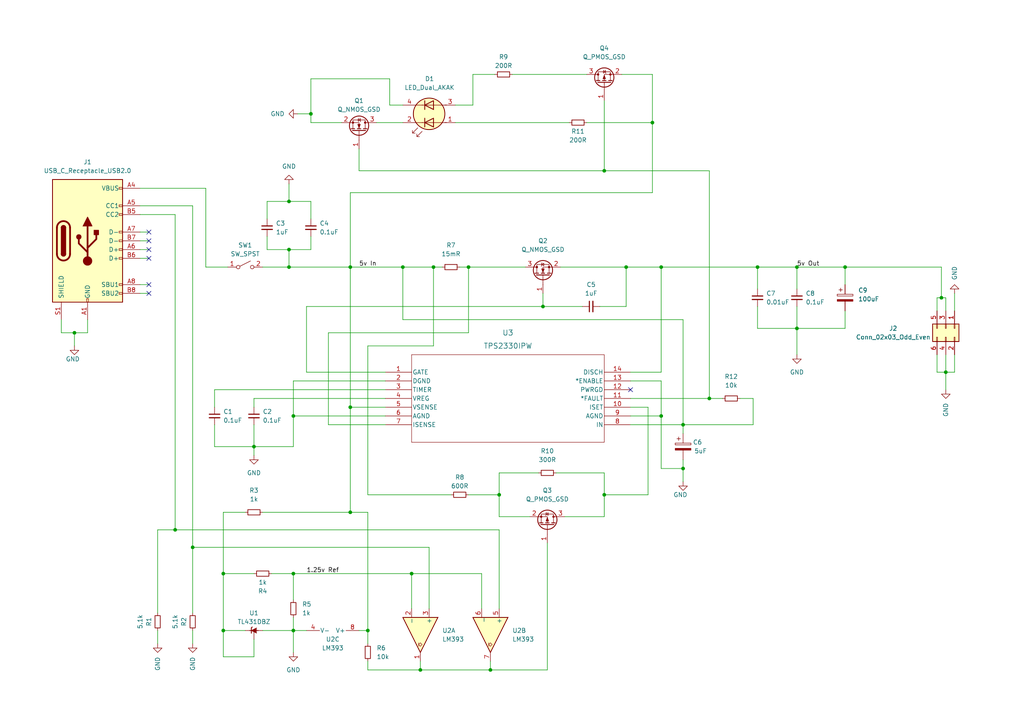
<source format=kicad_sch>
(kicad_sch (version 20211123) (generator eeschema)
  (paper "A4")
  (lib_symbols
    (symbol "Comparator:LM393" (pin_names (offset 0.127))
      (property "Reference" "U" (at 3.81 3.81 0))
      (property "Value" "LM393" (at 6.35 -3.81 0))
      (symbol "LM393_1_1"
        (polyline (pts (xy -5.08 5.08) (xy 5.08 0) (xy -5.08 -5.08) (xy -5.08 5.08)) (stroke (width 0.254)) (fill (type background)))
        (polyline (pts (xy 3.302 -0.508) (xy 2.794 -0.508) (xy 3.302 0) (xy 2.794 0.508) (xy 2.286 0) (xy 2.794 -0.508) (xy 2.286 -0.508)) (stroke (width 0.127)))
        (pin open_collector line (at 7.62 0 180) (length 2.54) (name "~") (number "1"))
        (pin input line (at -7.62 -2.54 0) (length 2.54) (name "-") (number "2"))
        (pin input line (at -7.62 2.54 0) (length 2.54) (name "+") (number "3"))
      )
      (symbol "LM393_2_1"
        (polyline (pts (xy -5.08 5.08) (xy 5.08 0) (xy -5.08 -5.08) (xy -5.08 5.08)) (stroke (width 0.254)) (fill (type background)))
        (polyline (pts (xy 3.302 -0.508) (xy 2.794 -0.508) (xy 3.302 0) (xy 2.794 0.508) (xy 2.286 0) (xy 2.794 -0.508) (xy 2.286 -0.508)) (stroke (width 0.127)))
        (pin input line (at -7.62 2.54 0) (length 2.54) (name "+") (number "5"))
        (pin input line (at -7.62 -2.54 0) (length 2.54) (name "_") (number "6"))
        (pin open_collector line (at 7.62 0 180) (length 2.54) (name "~") (number "7"))
      )
      (symbol "LM393_3_1"
        (pin power_in line (at -2.54 -7.62 90) (length 3.81) (name "V-") (number "4"))
        (pin power_in line (at -2.54 7.62 270) (length 3.81) (name "V+") (number "8"))
      )
    )
    (symbol "Connector:USB_C_Receptacle_USB2.0" (pin_names (offset 1.016))
      (property "Reference" "J" (at -10.16 19.05 0))
      (property "Value" "USB_C_Receptacle_USB2.0" (at 19.05 19.05 0))
      (symbol "USB_C_Receptacle_USB2.0_0_0"
        (rectangle (start -0.254 -17.78) (end 0.254 -16.764))
        (rectangle (start 10.16 -14.986) (end 9.144 -15.494))
        (rectangle (start 10.16 -12.446) (end 9.144 -12.954))
        (rectangle (start 10.16 -4.826) (end 9.144 -5.334))
        (rectangle (start 10.16 -2.286) (end 9.144 -2.794))
        (rectangle (start 10.16 0.254) (end 9.144 -0.254))
        (rectangle (start 10.16 2.794) (end 9.144 2.286))
        (rectangle (start 10.16 7.874) (end 9.144 7.366))
        (rectangle (start 10.16 10.414) (end 9.144 9.906))
        (rectangle (start 10.16 15.494) (end 9.144 14.986))
      )
      (symbol "USB_C_Receptacle_USB2.0_0_1"
        (rectangle (start -10.16 17.78) (end 10.16 -17.78) (stroke (width 0.254)) (fill (type background)))
        (arc (start -8.89 -3.81) (mid -6.985 -5.715) (end -5.08 -3.81) (stroke (width 0.508)))
        (arc (start -7.62 -3.81) (mid -6.985 -4.445) (end -6.35 -3.81) (stroke (width 0.254)))
        (arc (start -7.62 -3.81) (mid -6.985 -4.445) (end -6.35 -3.81) (stroke (width 0.254)) (fill (type outline)))
        (rectangle (start -7.62 -3.81) (end -6.35 3.81) (stroke (width 0.254)) (fill (type outline)))
        (arc (start -6.35 3.81) (mid -6.985 4.445) (end -7.62 3.81) (stroke (width 0.254)))
        (arc (start -6.35 3.81) (mid -6.985 4.445) (end -7.62 3.81) (stroke (width 0.254)) (fill (type outline)))
        (arc (start -5.08 3.81) (mid -6.985 5.715) (end -8.89 3.81) (stroke (width 0.508)))
        (circle (center -2.54 1.143) (radius 0.635) (stroke (width 0.254)) (fill (type outline)))
        (circle (center 0 -5.842) (radius 1.27) (fill (type outline)))
        (polyline (pts (xy -8.89 -3.81) (xy -8.89 3.81)) (stroke (width 0.508)))
        (polyline (pts (xy -5.08 3.81) (xy -5.08 -3.81)) (stroke (width 0.508)))
        (polyline (pts (xy 0 -5.842) (xy 0 4.318)) (stroke (width 0.508)))
        (polyline (pts (xy 0 -3.302) (xy -2.54 -0.762) (xy -2.54 0.508)) (stroke (width 0.508)))
        (polyline (pts (xy 0 -2.032) (xy 2.54 0.508) (xy 2.54 1.778)) (stroke (width 0.508)))
        (polyline (pts (xy -1.27 4.318) (xy 0 6.858) (xy 1.27 4.318) (xy -1.27 4.318)) (stroke (width 0.254)) (fill (type outline)))
        (rectangle (start 1.905 1.778) (end 3.175 3.048) (stroke (width 0.254)) (fill (type outline)))
      )
      (symbol "USB_C_Receptacle_USB2.0_1_1"
        (pin passive line (at 0 -22.86 90) (length 5.08) (name "GND") (number "A1"))
        (pin passive line (at 0 -22.86 90) (length 5.08) hide (name "GND") (number "A12"))
        (pin passive line (at 15.24 15.24 180) (length 5.08) (name "VBUS") (number "A4"))
        (pin bidirectional line (at 15.24 10.16 180) (length 5.08) (name "CC1") (number "A5"))
        (pin bidirectional line (at 15.24 -2.54 180) (length 5.08) (name "D+") (number "A6"))
        (pin bidirectional line (at 15.24 2.54 180) (length 5.08) (name "D-") (number "A7"))
        (pin bidirectional line (at 15.24 -12.7 180) (length 5.08) (name "SBU1") (number "A8"))
        (pin passive line (at 15.24 15.24 180) (length 5.08) hide (name "VBUS") (number "A9"))
        (pin passive line (at 0 -22.86 90) (length 5.08) hide (name "GND") (number "B1"))
        (pin passive line (at 0 -22.86 90) (length 5.08) hide (name "GND") (number "B12"))
        (pin passive line (at 15.24 15.24 180) (length 5.08) hide (name "VBUS") (number "B4"))
        (pin bidirectional line (at 15.24 7.62 180) (length 5.08) (name "CC2") (number "B5"))
        (pin bidirectional line (at 15.24 -5.08 180) (length 5.08) (name "D+") (number "B6"))
        (pin bidirectional line (at 15.24 0 180) (length 5.08) (name "D-") (number "B7"))
        (pin bidirectional line (at 15.24 -15.24 180) (length 5.08) (name "SBU2") (number "B8"))
        (pin passive line (at 15.24 15.24 180) (length 5.08) hide (name "VBUS") (number "B9"))
        (pin passive line (at -7.62 -22.86 90) (length 5.08) (name "SHIELD") (number "S1"))
      )
    )
    (symbol "Connector_Generic:Conn_02x03_Odd_Even" (pin_names (offset 1.016) hide)
      (property "Reference" "J" (at 1.27 5.08 0))
      (property "Value" "Conn_02x03_Odd_Even" (at 1.27 -5.08 0))
      (symbol "Conn_02x03_Odd_Even_1_1"
        (rectangle (start -1.27 -2.413) (end 0 -2.667) (stroke (width 0.1524)))
        (rectangle (start -1.27 0.127) (end 0 -0.127) (stroke (width 0.1524)))
        (rectangle (start -1.27 2.667) (end 0 2.413) (stroke (width 0.1524)))
        (rectangle (start -1.27 3.81) (end 3.81 -3.81) (stroke (width 0.254)) (fill (type background)))
        (rectangle (start 3.81 -2.413) (end 2.54 -2.667) (stroke (width 0.1524)))
        (rectangle (start 3.81 0.127) (end 2.54 -0.127) (stroke (width 0.1524)))
        (rectangle (start 3.81 2.667) (end 2.54 2.413) (stroke (width 0.1524)))
        (pin passive line (at -5.08 2.54 0) (length 3.81) (name "Pin_1") (number "1"))
        (pin passive line (at 7.62 2.54 180) (length 3.81) (name "Pin_2") (number "2"))
        (pin passive line (at -5.08 0 0) (length 3.81) (name "Pin_3") (number "3"))
        (pin passive line (at 7.62 0 180) (length 3.81) (name "Pin_4") (number "4"))
        (pin passive line (at -5.08 -2.54 0) (length 3.81) (name "Pin_5") (number "5"))
        (pin passive line (at 7.62 -2.54 180) (length 3.81) (name "Pin_6") (number "6"))
      )
    )
    (symbol "Device:C_Polarized" (pin_numbers hide) (pin_names (offset 0.254))
      (property "Reference" "C" (at 0.635 2.54 0))
      (property "Value" "C_Polarized" (at 0.635 -2.54 0))
      (symbol "C_Polarized_0_1"
        (rectangle (start -2.286 0.508) (end 2.286 1.016))
        (polyline (pts (xy -1.778 2.286) (xy -0.762 2.286)))
        (polyline (pts (xy -1.27 2.794) (xy -1.27 1.778)))
        (rectangle (start 2.286 -0.508) (end -2.286 -1.016) (fill (type outline)))
      )
      (symbol "C_Polarized_1_1"
        (pin passive line (at 0 3.81 270) (length 2.794) (name "~") (number "1"))
        (pin passive line (at 0 -3.81 90) (length 2.794) (name "~") (number "2"))
      )
    )
    (symbol "Device:C_Small" (pin_numbers hide) (pin_names (offset 0.254) hide)
      (property "Reference" "C" (at 0.254 1.778 0))
      (property "Value" "C_Small" (at 0.254 -2.032 0))
      (symbol "C_Small_0_1"
        (polyline (pts (xy -1.524 -0.508) (xy 1.524 -0.508)) (stroke (width 0.3302)))
        (polyline (pts (xy -1.524 0.508) (xy 1.524 0.508)) (stroke (width 0.3048)))
      )
      (symbol "C_Small_1_1"
        (pin passive line (at 0 2.54 270) (length 2.032) (name "~") (number "1"))
        (pin passive line (at 0 -2.54 90) (length 2.032) (name "~") (number "2"))
      )
    )
    (symbol "Device:LED_Dual_AKAK" (pin_names (offset 0) hide)
      (property "Reference" "D" (at 0 5.715 0))
      (property "Value" "LED_Dual_AKAK" (at 0 -6.35 0))
      (symbol "LED_Dual_AKAK_0_1"
        (polyline (pts (xy -5.08 -2.54) (xy 2.032 -2.54)))
        (polyline (pts (xy -5.08 2.54) (xy 2.032 2.54)))
        (polyline (pts (xy 1.27 -1.27) (xy 1.27 -3.81)) (stroke (width 0.254)))
        (polyline (pts (xy 1.27 3.81) (xy 1.27 1.27)) (stroke (width 0.254)))
        (polyline (pts (xy 3.81 -2.54) (xy 1.905 -2.54)))
        (polyline (pts (xy 3.81 2.54) (xy 1.905 2.54)))
        (polyline (pts (xy -1.27 -1.27) (xy -1.27 -3.81) (xy 1.27 -2.54) (xy -1.27 -1.27)) (stroke (width 0.254)))
        (polyline (pts (xy -1.27 3.81) (xy -1.27 1.27) (xy 1.27 2.54) (xy -1.27 3.81)) (stroke (width 0.254)))
        (polyline (pts (xy 2.032 5.08) (xy 3.556 6.604) (xy 2.794 6.604) (xy 3.556 6.604) (xy 3.556 5.842)))
        (polyline (pts (xy 3.302 4.064) (xy 4.826 5.588) (xy 4.064 5.588) (xy 4.826 5.588) (xy 4.826 4.826)))
        (circle (center 0 0) (radius 4.572) (stroke (width 0.254)) (fill (type background)))
      )
      (symbol "LED_Dual_AKAK_1_1"
        (pin input line (at -7.62 2.54 0) (length 3.048) (name "A1") (number "1"))
        (pin input line (at 7.62 2.54 180) (length 3.81) (name "K1") (number "2"))
        (pin input line (at -7.62 -2.54 0) (length 3.048) (name "A2") (number "3"))
        (pin input line (at 7.62 -2.54 180) (length 3.81) (name "K2") (number "4"))
      )
    )
    (symbol "Device:Q_NMOS_GSD" (pin_names (offset 0) hide)
      (property "Reference" "Q" (at 5.08 1.27 0))
      (property "Value" "Q_NMOS_GSD" (at 5.08 -1.27 0))
      (symbol "Q_NMOS_GSD_0_1"
        (polyline (pts (xy 0.254 0) (xy -2.54 0)))
        (polyline (pts (xy 0.254 1.905) (xy 0.254 -1.905)) (stroke (width 0.254)))
        (polyline (pts (xy 0.762 -1.27) (xy 0.762 -2.286)) (stroke (width 0.254)))
        (polyline (pts (xy 0.762 0.508) (xy 0.762 -0.508)) (stroke (width 0.254)))
        (polyline (pts (xy 0.762 2.286) (xy 0.762 1.27)) (stroke (width 0.254)))
        (polyline (pts (xy 2.54 2.54) (xy 2.54 1.778)))
        (polyline (pts (xy 2.54 -2.54) (xy 2.54 0) (xy 0.762 0)))
        (polyline (pts (xy 0.762 -1.778) (xy 3.302 -1.778) (xy 3.302 1.778) (xy 0.762 1.778)))
        (polyline (pts (xy 1.016 0) (xy 2.032 0.381) (xy 2.032 -0.381) (xy 1.016 0)) (fill (type outline)))
        (polyline (pts (xy 2.794 0.508) (xy 2.921 0.381) (xy 3.683 0.381) (xy 3.81 0.254)))
        (polyline (pts (xy 3.302 0.381) (xy 2.921 -0.254) (xy 3.683 -0.254) (xy 3.302 0.381)))
        (circle (center 1.651 0) (radius 2.794) (stroke (width 0.254)))
        (circle (center 2.54 -1.778) (radius 0.254) (fill (type outline)))
        (circle (center 2.54 1.778) (radius 0.254) (fill (type outline)))
      )
      (symbol "Q_NMOS_GSD_1_1"
        (pin input line (at -5.08 0 0) (length 2.54) (name "G") (number "1"))
        (pin passive line (at 2.54 -5.08 90) (length 2.54) (name "S") (number "2"))
        (pin passive line (at 2.54 5.08 270) (length 2.54) (name "D") (number "3"))
      )
    )
    (symbol "Device:Q_PMOS_GSD" (pin_names (offset 0) hide)
      (property "Reference" "Q" (at 5.08 1.27 0))
      (property "Value" "Q_PMOS_GSD" (at 5.08 -1.27 0))
      (symbol "Q_PMOS_GSD_0_1"
        (polyline (pts (xy 0.254 0) (xy -2.54 0)))
        (polyline (pts (xy 0.254 1.905) (xy 0.254 -1.905)) (stroke (width 0.254)))
        (polyline (pts (xy 0.762 -1.27) (xy 0.762 -2.286)) (stroke (width 0.254)))
        (polyline (pts (xy 0.762 0.508) (xy 0.762 -0.508)) (stroke (width 0.254)))
        (polyline (pts (xy 0.762 2.286) (xy 0.762 1.27)) (stroke (width 0.254)))
        (polyline (pts (xy 2.54 2.54) (xy 2.54 1.778)))
        (polyline (pts (xy 2.54 -2.54) (xy 2.54 0) (xy 0.762 0)))
        (polyline (pts (xy 0.762 1.778) (xy 3.302 1.778) (xy 3.302 -1.778) (xy 0.762 -1.778)))
        (polyline (pts (xy 2.286 0) (xy 1.27 0.381) (xy 1.27 -0.381) (xy 2.286 0)) (fill (type outline)))
        (polyline (pts (xy 2.794 -0.508) (xy 2.921 -0.381) (xy 3.683 -0.381) (xy 3.81 -0.254)))
        (polyline (pts (xy 3.302 -0.381) (xy 2.921 0.254) (xy 3.683 0.254) (xy 3.302 -0.381)))
        (circle (center 1.651 0) (radius 2.794) (stroke (width 0.254)))
        (circle (center 2.54 -1.778) (radius 0.254) (fill (type outline)))
        (circle (center 2.54 1.778) (radius 0.254) (fill (type outline)))
      )
      (symbol "Q_PMOS_GSD_1_1"
        (pin input line (at -5.08 0 0) (length 2.54) (name "G") (number "1"))
        (pin passive line (at 2.54 -5.08 90) (length 2.54) (name "S") (number "2"))
        (pin passive line (at 2.54 5.08 270) (length 2.54) (name "D") (number "3"))
      )
    )
    (symbol "Device:R_Small" (pin_numbers hide) (pin_names (offset 0.254) hide)
      (property "Reference" "R" (at 0.762 0.508 0))
      (property "Value" "R_Small" (at 0.762 -1.016 0))
      (symbol "R_Small_0_1"
        (rectangle (start -0.762 1.778) (end 0.762 -1.778) (stroke (width 0.2032)))
      )
      (symbol "R_Small_1_1"
        (pin passive line (at 0 2.54 270) (length 0.762) (name "~") (number "1"))
        (pin passive line (at 0 -2.54 90) (length 0.762) (name "~") (number "2"))
      )
    )
    (symbol "Reference_Voltage:TL431DBZ" (pin_numbers hide) (pin_names hide)
      (property "Reference" "U" (at -2.54 2.54 0))
      (property "Value" "TL431DBZ" (at 0 -2.54 0))
      (symbol "TL431DBZ_0_1"
        (polyline (pts (xy -1.27 0) (xy 0 0) (xy 1.27 0)))
        (polyline (pts (xy -0.762 0.762) (xy 0.762 0) (xy -0.762 -0.762)) (fill (type outline)))
        (polyline (pts (xy 0.508 -1.016) (xy 0.762 -0.762) (xy 0.762 0.762) (xy 0.762 0.762)) (stroke (width 0.254)))
      )
      (symbol "TL431DBZ_1_1"
        (pin passive line (at 2.54 0 180) (length 2.54) (name "K") (number "1"))
        (pin passive line (at 0 2.54 270) (length 2.54) (name "REF") (number "2"))
        (pin passive line (at -2.54 0 0) (length 2.54) (name "A") (number "3"))
      )
    )
    (symbol "Switch:SW_SPST" (pin_names (offset 0) hide)
      (property "Reference" "SW" (at 0 3.175 0))
      (property "Value" "SW_SPST" (at 0 -2.54 0))
      (symbol "SW_SPST_0_0"
        (circle (center -2.032 0) (radius 0.508))
        (polyline (pts (xy -1.524 0.254) (xy 1.524 1.778)))
        (circle (center 2.032 0) (radius 0.508))
      )
      (symbol "SW_SPST_1_1"
        (pin passive line (at -5.08 0 0) (length 2.54) (name "A") (number "1"))
        (pin passive line (at 5.08 0 180) (length 2.54) (name "B") (number "2"))
      )
    )
    (symbol "TPS2330:TPS2330IPW" (pin_names (offset 0.254))
      (property "Reference" "U" (at 35.56 10.16 0))
      (property "Value" "TPS2330IPW" (at 35.56 7.62 0))
      (symbol "TPS2330IPW_0_1"
        (polyline (pts (xy 7.62 -20.32) (xy 63.5 -20.32)) (stroke (width 0.127)))
        (polyline (pts (xy 7.62 5.08) (xy 7.62 -20.32)) (stroke (width 0.127)))
        (polyline (pts (xy 63.5 -20.32) (xy 63.5 5.08)) (stroke (width 0.127)))
        (polyline (pts (xy 63.5 5.08) (xy 7.62 5.08)) (stroke (width 0.127)))
        (pin output line (at 0 0 0) (length 7.62) (name "GATE") (number "1"))
        (pin input line (at 71.12 -10.16 180) (length 7.62) (name "ISET") (number "10"))
        (pin output line (at 71.12 -7.62 180) (length 7.62) (name "*FAULT") (number "11"))
        (pin output line (at 71.12 -5.08 180) (length 7.62) (name "PWRGD") (number "12"))
        (pin input line (at 71.12 -2.54 180) (length 7.62) (name "*ENABLE") (number "13"))
        (pin output line (at 71.12 0 180) (length 7.62) (name "DISCH") (number "14"))
        (pin input line (at 0 -2.54 0) (length 7.62) (name "DGND") (number "2"))
        (pin output line (at 0 -5.08 0) (length 7.62) (name "TIMER") (number "3"))
        (pin output line (at 0 -7.62 0) (length 7.62) (name "VREG") (number "4"))
        (pin output line (at 0 -10.16 0) (length 7.62) (name "VSENSE") (number "5"))
        (pin input line (at 0 -12.7 0) (length 7.62) (name "AGND") (number "6"))
        (pin input line (at 0 -15.24 0) (length 7.62) (name "ISENSE") (number "7"))
        (pin input line (at 71.12 -15.24 180) (length 7.62) (name "IN") (number "8"))
        (pin input line (at 71.12 -12.7 180) (length 7.62) (name "AGND") (number "9"))
      )
    )
    (symbol "power:GND" (power) (pin_names (offset 0))
      (property "Value" "GND" (at 0 -3.81 0))
      (symbol "GND_0_1"
        (polyline (pts (xy 0 0) (xy 0 -1.27) (xy 1.27 -1.27) (xy 0 -2.54) (xy -1.27 -1.27) (xy 0 -1.27)))
      )
      (symbol "GND_1_1"
        (pin power_in line (at 0 0 270) (length 0) hide (name "GND") (number "1"))
      )
    )
  )
  (junction (at 198.12 123.19))
  (junction (at 142.24 194.31))
  (junction (at 106.68 182.88))
  (junction (at 198.12 135.89))
  (junction (at 274.32 107.95))
  (junction (at 231.14 77.47))
  (junction (at 83.82 77.47))
  (junction (at 231.14 95.25))
  (junction (at 85.09 120.65))
  (junction (at 64.77 166.37))
  (junction (at 191.77 120.65))
  (junction (at 21.59 96.52))
  (junction (at 125.73 77.47))
  (junction (at 273.05 86.36))
  (junction (at 157.48 88.9))
  (junction (at 144.78 143.51))
  (junction (at 55.88 158.75))
  (junction (at 101.6 148.59))
  (junction (at 50.8 153.67))
  (junction (at 119.38 166.37))
  (junction (at 245.11 77.47))
  (junction (at 175.26 49.53))
  (junction (at 101.6 118.11))
  (junction (at 85.09 182.88))
  (junction (at 90.17 33.02))
  (junction (at 181.61 77.47))
  (junction (at 85.09 166.37))
  (junction (at 101.6 77.47))
  (junction (at 205.74 115.57))
  (junction (at 175.26 143.51))
  (junction (at 83.82 58.42))
  (junction (at 64.77 182.88))
  (junction (at 191.77 77.47))
  (junction (at 116.84 77.47))
  (junction (at 121.92 194.31))
  (junction (at 219.71 77.47))
  (junction (at 189.23 35.56))
  (junction (at 135.89 77.47))
  (junction (at 83.82 72.39))
  (junction (at 73.66 129.54))
  (no_connect (at 182.88 113.03))
  (no_connect (at 43.18 69.85))
  (no_connect (at 43.18 72.39))
  (no_connect (at 43.18 67.31))
  (no_connect (at 43.18 82.55))
  (no_connect (at 43.18 85.09))
  (no_connect (at 43.18 74.93))
  (wire (pts (xy 85.09 182.88) (xy 88.9 182.88)))
  (wire (pts (xy 276.86 102.87) (xy 276.86 107.95)))
  (wire (pts (xy 40.64 54.61) (xy 59.69 54.61)))
  (wire (pts (xy 161.29 137.16) (xy 175.26 137.16)))
  (wire (pts (xy 85.09 179.07) (xy 85.09 182.88)))
  (wire (pts (xy 191.77 135.89) (xy 198.12 135.89)))
  (wire (pts (xy 85.09 110.49) (xy 85.09 120.65)))
  (wire (pts (xy 77.47 72.39) (xy 83.82 72.39)))
  (wire (pts (xy 181.61 77.47) (xy 191.77 77.47)))
  (wire (pts (xy 271.78 90.17) (xy 271.78 86.36)))
  (wire (pts (xy 274.32 90.17) (xy 274.32 86.36)))
  (wire (pts (xy 231.14 77.47) (xy 245.11 77.47)))
  (wire (pts (xy 133.35 77.47) (xy 135.89 77.47)))
  (wire (pts (xy 182.88 120.65) (xy 191.77 120.65)))
  (wire (pts (xy 106.68 194.31) (xy 121.92 194.31)))
  (wire (pts (xy 156.21 137.16) (xy 144.78 137.16)))
  (wire (pts (xy 125.73 77.47) (xy 125.73 100.33)))
  (wire (pts (xy 116.84 77.47) (xy 125.73 77.47)))
  (wire (pts (xy 198.12 133.35) (xy 198.12 135.89)))
  (wire (pts (xy 106.68 182.88) (xy 106.68 186.69)))
  (wire (pts (xy 273.05 86.36) (xy 271.78 86.36)))
  (wire (pts (xy 111.76 110.49) (xy 85.09 110.49)))
  (wire (pts (xy 245.11 82.55) (xy 245.11 77.47)))
  (wire (pts (xy 76.2 77.47) (xy 83.82 77.47)))
  (wire (pts (xy 77.47 72.39) (xy 77.47 68.58)))
  (wire (pts (xy 119.38 166.37) (xy 139.7 166.37)))
  (wire (pts (xy 17.78 96.52) (xy 21.59 96.52)))
  (wire (pts (xy 43.18 82.55) (xy 40.64 82.55)))
  (wire (pts (xy 64.77 166.37) (xy 64.77 182.88)))
  (wire (pts (xy 50.8 62.23) (xy 40.64 62.23)))
  (wire (pts (xy 83.82 53.34) (xy 83.82 58.42)))
  (wire (pts (xy 162.56 77.47) (xy 181.61 77.47)))
  (wire (pts (xy 148.59 21.59) (xy 170.18 21.59)))
  (wire (pts (xy 191.77 107.95) (xy 191.77 77.47)))
  (wire (pts (xy 158.75 157.48) (xy 158.75 194.31)))
  (wire (pts (xy 135.89 143.51) (xy 144.78 143.51)))
  (wire (pts (xy 55.88 59.69) (xy 55.88 158.75)))
  (wire (pts (xy 59.69 54.61) (xy 59.69 77.47)))
  (wire (pts (xy 101.6 118.11) (xy 101.6 77.47)))
  (wire (pts (xy 90.17 22.86) (xy 90.17 33.02)))
  (wire (pts (xy 121.92 194.31) (xy 142.24 194.31)))
  (wire (pts (xy 101.6 148.59) (xy 106.68 148.59)))
  (wire (pts (xy 95.25 123.19) (xy 95.25 96.52)))
  (wire (pts (xy 245.11 95.25) (xy 231.14 95.25)))
  (wire (pts (xy 175.26 149.86) (xy 163.83 149.86)))
  (wire (pts (xy 175.26 29.21) (xy 175.26 49.53)))
  (wire (pts (xy 85.09 120.65) (xy 111.76 120.65)))
  (wire (pts (xy 90.17 33.02) (xy 86.36 33.02)))
  (wire (pts (xy 182.88 123.19) (xy 198.12 123.19)))
  (wire (pts (xy 85.09 182.88) (xy 85.09 189.23)))
  (wire (pts (xy 99.06 35.56) (xy 90.17 35.56)))
  (wire (pts (xy 170.18 35.56) (xy 189.23 35.56)))
  (wire (pts (xy 274.32 107.95) (xy 274.32 113.03)))
  (wire (pts (xy 45.72 177.8) (xy 45.72 153.67)))
  (wire (pts (xy 104.14 43.18) (xy 104.14 49.53)))
  (wire (pts (xy 95.25 96.52) (xy 135.89 96.52)))
  (wire (pts (xy 219.71 95.25) (xy 231.14 95.25)))
  (wire (pts (xy 25.4 96.52) (xy 21.59 96.52)))
  (wire (pts (xy 62.23 123.19) (xy 62.23 129.54)))
  (wire (pts (xy 198.12 125.73) (xy 198.12 123.19)))
  (wire (pts (xy 182.88 115.57) (xy 205.74 115.57)))
  (wire (pts (xy 157.48 88.9) (xy 168.91 88.9)))
  (wire (pts (xy 135.89 77.47) (xy 152.4 77.47)))
  (wire (pts (xy 182.88 118.11) (xy 187.96 118.11)))
  (wire (pts (xy 182.88 107.95) (xy 191.77 107.95)))
  (wire (pts (xy 218.44 115.57) (xy 218.44 123.19)))
  (wire (pts (xy 245.11 90.17) (xy 245.11 95.25)))
  (wire (pts (xy 40.64 72.39) (xy 43.18 72.39)))
  (wire (pts (xy 83.82 72.39) (xy 90.17 72.39)))
  (wire (pts (xy 73.66 190.5) (xy 64.77 190.5)))
  (wire (pts (xy 181.61 88.9) (xy 181.61 77.47)))
  (wire (pts (xy 175.26 143.51) (xy 187.96 143.51)))
  (wire (pts (xy 90.17 35.56) (xy 90.17 33.02)))
  (wire (pts (xy 55.88 182.88) (xy 55.88 186.69)))
  (wire (pts (xy 71.12 148.59) (xy 64.77 148.59)))
  (wire (pts (xy 101.6 77.47) (xy 116.84 77.47)))
  (wire (pts (xy 85.09 129.54) (xy 85.09 120.65)))
  (wire (pts (xy 198.12 135.89) (xy 198.12 139.7)))
  (wire (pts (xy 191.77 77.47) (xy 219.71 77.47)))
  (wire (pts (xy 73.66 115.57) (xy 111.76 115.57)))
  (wire (pts (xy 144.78 137.16) (xy 144.78 143.51)))
  (wire (pts (xy 157.48 88.9) (xy 157.48 85.09)))
  (wire (pts (xy 139.7 176.53) (xy 139.7 166.37)))
  (wire (pts (xy 64.77 166.37) (xy 73.66 166.37)))
  (wire (pts (xy 106.68 100.33) (xy 106.68 143.51)))
  (wire (pts (xy 59.69 77.47) (xy 66.04 77.47)))
  (wire (pts (xy 45.72 153.67) (xy 50.8 153.67)))
  (wire (pts (xy 104.14 182.88) (xy 106.68 182.88)))
  (wire (pts (xy 191.77 120.65) (xy 191.77 135.89)))
  (wire (pts (xy 218.44 123.19) (xy 198.12 123.19)))
  (wire (pts (xy 101.6 118.11) (xy 101.6 148.59)))
  (wire (pts (xy 43.18 74.93) (xy 40.64 74.93)))
  (wire (pts (xy 62.23 129.54) (xy 73.66 129.54)))
  (wire (pts (xy 113.03 22.86) (xy 90.17 22.86)))
  (wire (pts (xy 137.16 30.48) (xy 132.08 30.48)))
  (wire (pts (xy 144.78 143.51) (xy 144.78 149.86)))
  (wire (pts (xy 144.78 153.67) (xy 144.78 176.53)))
  (wire (pts (xy 111.76 107.95) (xy 88.9 107.95)))
  (wire (pts (xy 64.77 148.59) (xy 64.77 166.37)))
  (wire (pts (xy 276.86 107.95) (xy 274.32 107.95)))
  (wire (pts (xy 71.12 182.88) (xy 64.77 182.88)))
  (wire (pts (xy 73.66 115.57) (xy 73.66 118.11)))
  (wire (pts (xy 137.16 21.59) (xy 143.51 21.59)))
  (wire (pts (xy 55.88 158.75) (xy 124.46 158.75)))
  (wire (pts (xy 85.09 166.37) (xy 119.38 166.37)))
  (wire (pts (xy 116.84 92.71) (xy 116.84 77.47)))
  (wire (pts (xy 173.99 88.9) (xy 181.61 88.9)))
  (wire (pts (xy 62.23 118.11) (xy 62.23 113.03)))
  (wire (pts (xy 85.09 166.37) (xy 85.09 173.99)))
  (wire (pts (xy 88.9 88.9) (xy 157.48 88.9)))
  (wire (pts (xy 113.03 30.48) (xy 113.03 22.86)))
  (wire (pts (xy 175.26 137.16) (xy 175.26 143.51)))
  (wire (pts (xy 50.8 153.67) (xy 144.78 153.67)))
  (wire (pts (xy 245.11 77.47) (xy 273.05 77.47)))
  (wire (pts (xy 191.77 110.49) (xy 191.77 120.65)))
  (wire (pts (xy 73.66 132.08) (xy 73.66 129.54)))
  (wire (pts (xy 144.78 149.86) (xy 153.67 149.86)))
  (wire (pts (xy 43.18 85.09) (xy 40.64 85.09)))
  (wire (pts (xy 219.71 77.47) (xy 219.71 83.82)))
  (wire (pts (xy 231.14 77.47) (xy 219.71 77.47)))
  (wire (pts (xy 50.8 62.23) (xy 50.8 153.67)))
  (wire (pts (xy 106.68 143.51) (xy 130.81 143.51)))
  (wire (pts (xy 90.17 72.39) (xy 90.17 68.58)))
  (wire (pts (xy 271.78 107.95) (xy 274.32 107.95)))
  (wire (pts (xy 88.9 88.9) (xy 88.9 107.95)))
  (wire (pts (xy 274.32 107.95) (xy 274.32 102.87)))
  (wire (pts (xy 106.68 191.77) (xy 106.68 194.31)))
  (wire (pts (xy 21.59 96.52) (xy 21.59 100.33)))
  (wire (pts (xy 205.74 115.57) (xy 205.74 49.53)))
  (wire (pts (xy 132.08 35.56) (xy 165.1 35.56)))
  (wire (pts (xy 125.73 77.47) (xy 128.27 77.47)))
  (wire (pts (xy 104.14 49.53) (xy 175.26 49.53)))
  (wire (pts (xy 214.63 115.57) (xy 218.44 115.57)))
  (wire (pts (xy 274.32 86.36) (xy 273.05 86.36)))
  (wire (pts (xy 189.23 35.56) (xy 189.23 55.88)))
  (wire (pts (xy 25.4 92.71) (xy 25.4 96.52)))
  (wire (pts (xy 78.74 166.37) (xy 85.09 166.37)))
  (wire (pts (xy 231.14 77.47) (xy 231.14 83.82)))
  (wire (pts (xy 205.74 115.57) (xy 209.55 115.57)))
  (wire (pts (xy 271.78 102.87) (xy 271.78 107.95)))
  (wire (pts (xy 101.6 55.88) (xy 101.6 77.47)))
  (wire (pts (xy 121.92 191.77) (xy 121.92 194.31)))
  (wire (pts (xy 205.74 49.53) (xy 175.26 49.53)))
  (wire (pts (xy 125.73 100.33) (xy 106.68 100.33)))
  (wire (pts (xy 83.82 77.47) (xy 83.82 72.39)))
  (wire (pts (xy 180.34 21.59) (xy 189.23 21.59)))
  (wire (pts (xy 73.66 129.54) (xy 73.66 123.19)))
  (wire (pts (xy 90.17 58.42) (xy 83.82 58.42)))
  (wire (pts (xy 45.72 182.88) (xy 45.72 186.69)))
  (wire (pts (xy 55.88 59.69) (xy 40.64 59.69)))
  (wire (pts (xy 111.76 118.11) (xy 101.6 118.11)))
  (wire (pts (xy 124.46 158.75) (xy 124.46 176.53)))
  (wire (pts (xy 73.66 185.42) (xy 73.66 190.5)))
  (wire (pts (xy 231.14 95.25) (xy 231.14 88.9)))
  (wire (pts (xy 109.22 35.56) (xy 116.84 35.56)))
  (wire (pts (xy 111.76 123.19) (xy 95.25 123.19)))
  (wire (pts (xy 43.18 69.85) (xy 40.64 69.85)))
  (wire (pts (xy 73.66 129.54) (xy 85.09 129.54)))
  (wire (pts (xy 135.89 96.52) (xy 135.89 77.47)))
  (wire (pts (xy 231.14 95.25) (xy 231.14 102.87)))
  (wire (pts (xy 189.23 21.59) (xy 189.23 35.56)))
  (wire (pts (xy 43.18 67.31) (xy 40.64 67.31)))
  (wire (pts (xy 158.75 194.31) (xy 142.24 194.31)))
  (wire (pts (xy 106.68 148.59) (xy 106.68 182.88)))
  (wire (pts (xy 187.96 143.51) (xy 187.96 118.11)))
  (wire (pts (xy 198.12 92.71) (xy 198.12 123.19)))
  (wire (pts (xy 175.26 143.51) (xy 175.26 149.86)))
  (wire (pts (xy 76.2 182.88) (xy 85.09 182.88)))
  (wire (pts (xy 116.84 30.48) (xy 113.03 30.48)))
  (wire (pts (xy 119.38 166.37) (xy 119.38 176.53)))
  (wire (pts (xy 276.86 85.09) (xy 276.86 90.17)))
  (wire (pts (xy 17.78 92.71) (xy 17.78 96.52)))
  (wire (pts (xy 116.84 92.71) (xy 198.12 92.71)))
  (wire (pts (xy 189.23 55.88) (xy 101.6 55.88)))
  (wire (pts (xy 182.88 110.49) (xy 191.77 110.49)))
  (wire (pts (xy 90.17 63.5) (xy 90.17 58.42)))
  (wire (pts (xy 142.24 194.31) (xy 142.24 191.77)))
  (wire (pts (xy 273.05 77.47) (xy 273.05 86.36)))
  (wire (pts (xy 55.88 158.75) (xy 55.88 177.8)))
  (wire (pts (xy 76.2 148.59) (xy 101.6 148.59)))
  (wire (pts (xy 64.77 190.5) (xy 64.77 182.88)))
  (wire (pts (xy 83.82 77.47) (xy 101.6 77.47)))
  (wire (pts (xy 62.23 113.03) (xy 111.76 113.03)))
  (wire (pts (xy 137.16 30.48) (xy 137.16 21.59)))
  (wire (pts (xy 219.71 88.9) (xy 219.71 95.25)))
  (wire (pts (xy 83.82 58.42) (xy 77.47 58.42)))
  (wire (pts (xy 77.47 58.42) (xy 77.47 63.5)))
  (label "5v Out" (at 231.14 77.47 0))
  (label "5v In" (at 104.14 77.47 0))
  (label "1.25v Ref" (at 88.9 166.37 0))
  (symbol (lib_id "Device:R_Small") (at 55.88 180.34 0) (unit 1)
    (property "Reference" "R2" (at 53.34 180.34 90))
    (property "Value" "5.1k" (at 50.8 180.34 90))
    (property "Footprint" "Resistor_SMD:R_0805_2012Metric_Pad1.20x1.40mm_HandSolder" (effects hide))
  )
  (symbol (lib_id "power:GND") (at 21.59 100.33 0) (unit 1)
    (property "Reference" "#PWR01" (effects hide))
    (property "Value" "GND" (at 19.05 104.14 0) (effects (justify left)))
  )
  (symbol (lib_id "power:GND") (at 85.09 189.23 0) (unit 1)
    (property "Reference" "#PWR06" (effects hide))
    (property "Value" "GND" (at 85.09 194.31 0))
  )
  (symbol (lib_id "power:GND") (at 45.72 186.69 0) (unit 1)
    (property "Reference" "#PWR02" (effects hide))
    (property "Value" "GND" (at 45.7201 190.5 90) (effects (justify right)))
  )
  (symbol (lib_id "power:GND") (at 55.88 186.69 0) (unit 1)
    (property "Reference" "#PWR03" (effects hide))
    (property "Value" "GND" (at 55.8801 190.5 90) (effects (justify right)))
  )
  (symbol (lib_id "Reference_Voltage:TL431DBZ") (at 73.66 182.88 180) (unit 1)
    (property "Reference" "U1" (at 73.66 177.8 0))
    (property "Value" "TL431DBZ" (at 73.66 180.34 0))
    (property "Footprint" "Package_TO_SOT_SMD:SOT-23" (effects hide))
    (property "Datasheet" "http://www.ti.com/lit/ds/symlink/tl431.pdf" (effects hide))
  )
  (symbol (lib_id "Device:R_Small") (at 130.81 77.47 90) (unit 1)
    (property "Reference" "R7" (at 130.81 71.12 90))
    (property "Value" "15mR" (at 130.81 73.66 90))
    (property "Footprint" "Resistor_SMD:R_2512_6332Metric_Pad1.40x3.35mm_HandSolder" (effects hide))
  )
  (symbol (lib_id "Device:Q_NMOS_GSD") (at 157.48 80.01 90) (unit 1)
    (property "Reference" "Q2" (at 157.48 69.85 90))
    (property "Value" "Q_NMOS_GSD" (at 157.48 72.39 90))
    (property "Footprint" "Package_TO_SOT_SMD:LFPAK56" (effects hide))
  )
  (symbol (lib_id "Connector_Generic:Conn_02x03_Odd_Even") (at 274.32 95.25 270) (unit 1)
    (property "Reference" "J2" (at 259.08 95.25 90))
    (property "Value" "Conn_02x03_Odd_Even" (at 259.08 97.79 90))
    (property "Footprint" "Connector_IDC:IDC-Header_2x03_P2.54mm_Vertical" (effects hide))
  )
  (symbol (lib_id "power:GND") (at 73.66 132.08 0) (unit 1)
    (property "Reference" "#PWR04" (effects hide))
    (property "Value" "GND" (at 73.66 137.16 0))
  )
  (symbol (lib_id "Device:LED_Dual_AKAK") (at 124.46 33.02 180) (unit 1)
    (property "Reference" "D1" (at 124.587 22.86 0))
    (property "Value" "LED_Dual_AKAK" (at 124.587 25.4 0))
    (property "Footprint" "LED_SMD:LED_Kingbright_AAA3528ESGCT" (effects hide))
  )
  (symbol (lib_id "Device:R_Small") (at 76.2 166.37 270) (unit 1)
    (property "Reference" "R4" (at 76.2 171.45 90))
    (property "Value" "1k" (at 76.2 168.91 90))
    (property "Footprint" "Resistor_SMD:R_0805_2012Metric_Pad1.20x1.40mm_HandSolder" (effects hide))
  )
  (symbol (lib_id "Device:C_Small") (at 90.17 66.04 0) (unit 1)
    (property "Reference" "C4" (at 92.71 64.7762 0) (effects (justify left)))
    (property "Value" "0.1uF" (at 92.71 67.3162 0) (effects (justify left)))
    (property "Footprint" "Capacitor_SMD:C_0805_2012Metric_Pad1.18x1.45mm_HandSolder" (effects hide))
  )
  (symbol (lib_id "power:GND") (at 86.36 33.02 270) (unit 1)
    (property "Reference" "#PWR07" (effects hide))
    (property "Value" "GND" (at 82.55 33.0199 90) (effects (justify right)))
  )
  (symbol (lib_id "Device:R_Small") (at 106.68 189.23 0) (unit 1)
    (property "Reference" "R6" (at 109.22 187.9599 0) (effects (justify left)))
    (property "Value" "10k" (at 109.22 190.4999 0) (effects (justify left)))
    (property "Footprint" "Resistor_SMD:R_0805_2012Metric_Pad1.20x1.40mm_HandSolder" (effects hide))
  )
  (symbol (lib_id "Device:C_Small") (at 171.45 88.9 90) (unit 1)
    (property "Reference" "C5" (at 171.4563 82.55 90))
    (property "Value" "1uF" (at 171.4563 85.09 90))
    (property "Footprint" "Capacitor_SMD:C_0805_2012Metric_Pad1.18x1.45mm_HandSolder" (effects hide))
  )
  (symbol (lib_id "Switch:SW_SPST") (at 71.12 77.47 0) (unit 1)
    (property "Reference" "SW1" (at 71.12 71.12 0))
    (property "Value" "SW_SPST" (at 71.12 73.66 0))
    (property "Footprint" "Toggle:Miniature SPDT Toggle" (effects hide))
  )
  (symbol (lib_id "Device:R_Small") (at 85.09 176.53 0) (unit 1)
    (property "Reference" "R5" (at 87.63 175.2599 0) (effects (justify left)))
    (property "Value" "1k" (at 87.63 177.7999 0) (effects (justify left)))
    (property "Footprint" "Resistor_SMD:R_0805_2012Metric_Pad1.20x1.40mm_HandSolder" (effects hide))
  )
  (symbol (lib_id "Comparator:LM393") (at 96.52 185.42 270) (unit 3)
    (property "Reference" "U2" (at 96.52 185.42 90))
    (property "Value" "LM393" (at 96.52 187.96 90))
    (property "Footprint" "Package_SO:SOIC-8_3.9x4.9mm_P1.27mm" (effects hide))
    (property "Datasheet" "http://www.ti.com/lit/ds/symlink/lm393.pdf" (effects hide))
  )
  (symbol (lib_id "Device:Q_PMOS_GSD") (at 175.26 24.13 90) (unit 1)
    (property "Reference" "Q4" (at 175.26 13.97 90))
    (property "Value" "Q_PMOS_GSD" (at 175.26 16.51 90))
    (property "Footprint" "Package_TO_SOT_SMD:SOT-23_Handsoldering" (effects hide))
  )
  (symbol (lib_id "Device:R_Small") (at 73.66 148.59 90) (unit 1)
    (property "Reference" "R3" (at 73.66 142.24 90))
    (property "Value" "1k" (at 73.66 144.78 90))
    (property "Footprint" "Resistor_SMD:R_0805_2012Metric_Pad1.20x1.40mm_HandSolder" (effects hide))
  )
  (symbol (lib_id "Device:Q_NMOS_GSD") (at 104.14 38.1 270) (mirror x) (unit 1)
    (property "Reference" "Q1" (at 104.14 29.21 90))
    (property "Value" "Q_NMOS_GSD" (at 104.14 31.75 90))
    (property "Footprint" "Package_TO_SOT_SMD:SOT-23_Handsoldering" (effects hide))
  )
  (symbol (lib_id "power:GND") (at 276.86 85.09 180) (unit 1)
    (property "Reference" "#PWR011" (effects hide))
    (property "Value" "GND" (at 276.8601 81.28 90) (effects (justify right)))
  )
  (symbol (lib_id "TPS2330:TPS2330IPW") (at 111.76 107.95 0) (unit 1)
    (property "Reference" "U3" (at 147.32 96.52 0) (effects (font (size 1.524 1.524))))
    (property "Value" "TPS2330IPW" (at 147.32 100.33 0) (effects (font (size 1.524 1.524))))
    (property "Footprint" "TPS2330:PW14-M" (effects hide))
    (property "Datasheet" "TPS2330IPW" (effects hide))
  )
  (symbol (lib_id "Device:R_Small") (at 167.64 35.56 270) (unit 1)
    (property "Reference" "R11" (at 167.64 38.1 90))
    (property "Value" "200R" (at 167.64 40.64 90))
    (property "Footprint" "Resistor_SMD:R_0805_2012Metric_Pad1.20x1.40mm_HandSolder" (effects hide))
  )
  (symbol (lib_id "Device:C_Polarized") (at 198.12 129.54 0) (unit 1)
    (property "Reference" "C6" (at 202.311 128.27 0))
    (property "Value" "5uF" (at 203.2 130.81 0))
    (property "Footprint" "Capacitor_SMD:CP_Elec_4x5.4" (effects hide))
  )
  (symbol (lib_id "Device:C_Small") (at 231.14 86.36 0) (unit 1)
    (property "Reference" "C8" (at 233.68 85.0962 0) (effects (justify left)))
    (property "Value" "0.1uF" (at 233.68 87.6362 0) (effects (justify left)))
    (property "Footprint" "Capacitor_SMD:C_0805_2012Metric_Pad1.18x1.45mm_HandSolder" (effects hide))
  )
  (symbol (lib_id "Device:C_Small") (at 62.23 120.65 0) (unit 1)
    (property "Reference" "C1" (at 64.77 119.3862 0) (effects (justify left)))
    (property "Value" "0.1uF" (at 64.77 121.9262 0) (effects (justify left)))
    (property "Footprint" "Capacitor_SMD:C_0805_2012Metric_Pad1.18x1.45mm_HandSolder" (effects hide))
  )
  (symbol (lib_id "Device:R_Small") (at 133.35 143.51 90) (unit 1)
    (property "Reference" "R8" (at 133.35 138.43 90))
    (property "Value" "600R" (at 133.35 140.97 90))
    (property "Footprint" "Resistor_SMD:R_0805_2012Metric_Pad1.20x1.40mm_HandSolder" (effects hide))
  )
  (symbol (lib_id "Device:C_Polarized") (at 245.11 86.36 0) (unit 1)
    (property "Reference" "C9" (at 248.92 84.2009 0) (effects (justify left)))
    (property "Value" "100uF" (at 248.92 86.7409 0) (effects (justify left)))
    (property "Footprint" "Capacitor_SMD:CP_Elec_6.3x7.7" (effects hide))
  )
  (symbol (lib_id "Device:C_Small") (at 73.66 120.65 0) (unit 1)
    (property "Reference" "C2" (at 76.2 119.3862 0) (effects (justify left)))
    (property "Value" "0.1uF" (at 76.2 121.9262 0) (effects (justify left)))
    (property "Footprint" "Capacitor_SMD:C_0805_2012Metric_Pad1.18x1.45mm_HandSolder" (effects hide))
  )
  (symbol (lib_id "Connector:USB_C_Receptacle_USB2.0") (at 25.4 69.85 0) (unit 1)
    (property "Reference" "J1" (at 25.4 46.99 0))
    (property "Value" "USB_C_Receptacle_USB2.0" (at 25.4 49.53 0))
    (property "Footprint" "Misc:USB_C_6Pin_Vert" (effects hide))
    (property "Datasheet" "https://www.usb.org/sites/default/files/documents/usb_type-c.zip" (effects hide))
  )
  (symbol (lib_id "Comparator:LM393") (at 142.24 184.15 270) (unit 2)
    (property "Reference" "U2" (at 148.59 182.8799 90) (effects (justify left)))
    (property "Value" "LM393" (at 148.59 185.4199 90) (effects (justify left)))
    (property "Footprint" "Package_SO:SOIC-8_3.9x4.9mm_P1.27mm" (effects hide))
    (property "Datasheet" "http://www.ti.com/lit/ds/symlink/lm393.pdf" (effects hide))
  )
  (symbol (lib_id "Device:C_Small") (at 77.47 66.04 0) (unit 1)
    (property "Reference" "C3" (at 80.01 64.7762 0) (effects (justify left)))
    (property "Value" "1uF" (at 80.01 67.3162 0) (effects (justify left)))
    (property "Footprint" "Capacitor_SMD:C_0805_2012Metric_Pad1.18x1.45mm_HandSolder" (effects hide))
  )
  (symbol (lib_id "Device:R_Small") (at 45.72 180.34 0) (unit 1)
    (property "Reference" "R1" (at 43.18 180.34 90))
    (property "Value" "5.1k" (at 40.64 180.34 90))
    (property "Footprint" "Resistor_SMD:R_0805_2012Metric_Pad1.20x1.40mm_HandSolder" (effects hide))
  )
  (symbol (lib_id "Device:Q_PMOS_GSD") (at 158.75 152.4 270) (mirror x) (unit 1)
    (property "Reference" "Q3" (at 158.75 142.24 90))
    (property "Value" "Q_PMOS_GSD" (at 158.75 144.78 90))
    (property "Footprint" "Package_TO_SOT_SMD:SOT-23_Handsoldering" (effects hide))
  )
  (symbol (lib_id "power:GND") (at 274.32 113.03 0) (unit 1)
    (property "Reference" "#PWR010" (effects hide))
    (property "Value" "GND" (at 274.3201 116.84 90) (effects (justify right)))
  )
  (symbol (lib_id "Device:C_Small") (at 219.71 86.36 0) (unit 1)
    (property "Reference" "C7" (at 222.25 85.0962 0) (effects (justify left)))
    (property "Value" "0.01uF" (at 222.25 87.6362 0) (effects (justify left)))
    (property "Footprint" "Capacitor_SMD:C_0805_2012Metric_Pad1.18x1.45mm_HandSolder" (effects hide))
  )
  (symbol (lib_id "Device:R_Small") (at 158.75 137.16 90) (unit 1)
    (property "Reference" "R10" (at 158.75 130.81 90))
    (property "Value" "300R" (at 158.75 133.35 90))
    (property "Footprint" "Resistor_SMD:R_0805_2012Metric_Pad1.20x1.40mm_HandSolder" (effects hide))
  )
  (symbol (lib_id "Comparator:LM393") (at 121.92 184.15 270) (unit 1)
    (property "Reference" "U2" (at 128.27 182.8799 90) (effects (justify left)))
    (property "Value" "LM393" (at 128.27 185.4199 90) (effects (justify left)))
    (property "Footprint" "Package_SO:SOIC-8_3.9x4.9mm_P1.27mm" (effects hide))
    (property "Datasheet" "http://www.ti.com/lit/ds/symlink/lm393.pdf" (effects hide))
  )
  (symbol (lib_id "power:GND") (at 231.14 102.87 0) (unit 1)
    (property "Reference" "#PWR09" (effects hide))
    (property "Value" "GND" (at 231.14 107.95 0))
  )
  (symbol (lib_id "power:GND") (at 83.82 53.34 180) (unit 1)
    (property "Reference" "#PWR05" (effects hide))
    (property "Value" "GND" (at 83.82 48.26 0))
  )
  (symbol (lib_id "Device:R_Small") (at 212.09 115.57 90) (unit 1)
    (property "Reference" "R12" (at 212.09 109.22 90))
    (property "Value" "10k" (at 212.09 111.76 90))
    (property "Footprint" "Resistor_SMD:R_0805_2012Metric_Pad1.20x1.40mm_HandSolder" (effects hide))
  )
  (symbol (lib_id "Device:R_Small") (at 146.05 21.59 270) (unit 1)
    (property "Reference" "R9" (at 146.05 16.51 90))
    (property "Value" "200R" (at 146.05 19.05 90))
    (property "Footprint" "Resistor_SMD:R_0805_2012Metric_Pad1.20x1.40mm_HandSolder" (effects hide))
  )
  (symbol (lib_id "power:GND") (at 198.12 139.7 0) (unit 1)
    (property "Reference" "#PWR08" (effects hide))
    (property "Value" "GND" (at 199.39 143.51 0) (effects (justify right)))
  )
)
</source>
